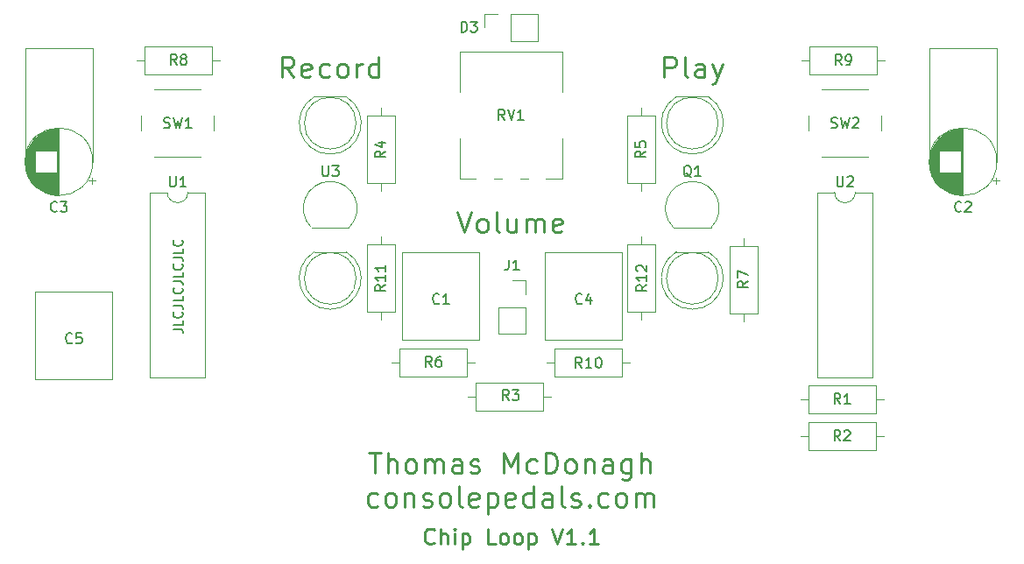
<source format=gbr>
G04 #@! TF.GenerationSoftware,KiCad,Pcbnew,(5.1.7)-1*
G04 #@! TF.CreationDate,2021-11-30T20:41:43-06:00*
G04 #@! TF.ProjectId,ChipLoop,43686970-4c6f-46f7-902e-6b696361645f,rev?*
G04 #@! TF.SameCoordinates,Original*
G04 #@! TF.FileFunction,Legend,Top*
G04 #@! TF.FilePolarity,Positive*
%FSLAX46Y46*%
G04 Gerber Fmt 4.6, Leading zero omitted, Abs format (unit mm)*
G04 Created by KiCad (PCBNEW (5.1.7)-1) date 2021-11-30 20:41:44*
%MOMM*%
%LPD*%
G01*
G04 APERTURE LIST*
%ADD10C,0.250000*%
%ADD11C,0.150000*%
%ADD12C,0.120000*%
G04 APERTURE END LIST*
D10*
X147535714Y-76850761D02*
X147535714Y-74850761D01*
X148297619Y-74850761D01*
X148488095Y-74946000D01*
X148583333Y-75041238D01*
X148678571Y-75231714D01*
X148678571Y-75517428D01*
X148583333Y-75707904D01*
X148488095Y-75803142D01*
X148297619Y-75898380D01*
X147535714Y-75898380D01*
X149821428Y-76850761D02*
X149630952Y-76755523D01*
X149535714Y-76565047D01*
X149535714Y-74850761D01*
X151440476Y-76850761D02*
X151440476Y-75803142D01*
X151345238Y-75612666D01*
X151154761Y-75517428D01*
X150773809Y-75517428D01*
X150583333Y-75612666D01*
X151440476Y-76755523D02*
X151250000Y-76850761D01*
X150773809Y-76850761D01*
X150583333Y-76755523D01*
X150488095Y-76565047D01*
X150488095Y-76374571D01*
X150583333Y-76184095D01*
X150773809Y-76088857D01*
X151250000Y-76088857D01*
X151440476Y-75993619D01*
X152202380Y-75517428D02*
X152678571Y-76850761D01*
X153154761Y-75517428D02*
X152678571Y-76850761D01*
X152488095Y-77326952D01*
X152392857Y-77422190D01*
X152202380Y-77517428D01*
X111726190Y-76850761D02*
X111059523Y-75898380D01*
X110583333Y-76850761D02*
X110583333Y-74850761D01*
X111345238Y-74850761D01*
X111535714Y-74946000D01*
X111630952Y-75041238D01*
X111726190Y-75231714D01*
X111726190Y-75517428D01*
X111630952Y-75707904D01*
X111535714Y-75803142D01*
X111345238Y-75898380D01*
X110583333Y-75898380D01*
X113345238Y-76755523D02*
X113154761Y-76850761D01*
X112773809Y-76850761D01*
X112583333Y-76755523D01*
X112488095Y-76565047D01*
X112488095Y-75803142D01*
X112583333Y-75612666D01*
X112773809Y-75517428D01*
X113154761Y-75517428D01*
X113345238Y-75612666D01*
X113440476Y-75803142D01*
X113440476Y-75993619D01*
X112488095Y-76184095D01*
X115154761Y-76755523D02*
X114964285Y-76850761D01*
X114583333Y-76850761D01*
X114392857Y-76755523D01*
X114297619Y-76660285D01*
X114202380Y-76469809D01*
X114202380Y-75898380D01*
X114297619Y-75707904D01*
X114392857Y-75612666D01*
X114583333Y-75517428D01*
X114964285Y-75517428D01*
X115154761Y-75612666D01*
X116297619Y-76850761D02*
X116107142Y-76755523D01*
X116011904Y-76660285D01*
X115916666Y-76469809D01*
X115916666Y-75898380D01*
X116011904Y-75707904D01*
X116107142Y-75612666D01*
X116297619Y-75517428D01*
X116583333Y-75517428D01*
X116773809Y-75612666D01*
X116869047Y-75707904D01*
X116964285Y-75898380D01*
X116964285Y-76469809D01*
X116869047Y-76660285D01*
X116773809Y-76755523D01*
X116583333Y-76850761D01*
X116297619Y-76850761D01*
X117821428Y-76850761D02*
X117821428Y-75517428D01*
X117821428Y-75898380D02*
X117916666Y-75707904D01*
X118011904Y-75612666D01*
X118202380Y-75517428D01*
X118392857Y-75517428D01*
X119916666Y-76850761D02*
X119916666Y-74850761D01*
X119916666Y-76755523D02*
X119726190Y-76850761D01*
X119345238Y-76850761D01*
X119154761Y-76755523D01*
X119059523Y-76660285D01*
X118964285Y-76469809D01*
X118964285Y-75898380D01*
X119059523Y-75707904D01*
X119154761Y-75612666D01*
X119345238Y-75517428D01*
X119726190Y-75517428D01*
X119916666Y-75612666D01*
X127524523Y-89836761D02*
X128191190Y-91836761D01*
X128857857Y-89836761D01*
X129810238Y-91836761D02*
X129619761Y-91741523D01*
X129524523Y-91646285D01*
X129429285Y-91455809D01*
X129429285Y-90884380D01*
X129524523Y-90693904D01*
X129619761Y-90598666D01*
X129810238Y-90503428D01*
X130095952Y-90503428D01*
X130286428Y-90598666D01*
X130381666Y-90693904D01*
X130476904Y-90884380D01*
X130476904Y-91455809D01*
X130381666Y-91646285D01*
X130286428Y-91741523D01*
X130095952Y-91836761D01*
X129810238Y-91836761D01*
X131619761Y-91836761D02*
X131429285Y-91741523D01*
X131334047Y-91551047D01*
X131334047Y-89836761D01*
X133238809Y-90503428D02*
X133238809Y-91836761D01*
X132381666Y-90503428D02*
X132381666Y-91551047D01*
X132476904Y-91741523D01*
X132667380Y-91836761D01*
X132953095Y-91836761D01*
X133143571Y-91741523D01*
X133238809Y-91646285D01*
X134191190Y-91836761D02*
X134191190Y-90503428D01*
X134191190Y-90693904D02*
X134286428Y-90598666D01*
X134476904Y-90503428D01*
X134762619Y-90503428D01*
X134953095Y-90598666D01*
X135048333Y-90789142D01*
X135048333Y-91836761D01*
X135048333Y-90789142D02*
X135143571Y-90598666D01*
X135334047Y-90503428D01*
X135619761Y-90503428D01*
X135810238Y-90598666D01*
X135905476Y-90789142D01*
X135905476Y-91836761D01*
X137619761Y-91741523D02*
X137429285Y-91836761D01*
X137048333Y-91836761D01*
X136857857Y-91741523D01*
X136762619Y-91551047D01*
X136762619Y-90789142D01*
X136857857Y-90598666D01*
X137048333Y-90503428D01*
X137429285Y-90503428D01*
X137619761Y-90598666D01*
X137715000Y-90789142D01*
X137715000Y-90979619D01*
X136762619Y-91170095D01*
D11*
X100091142Y-101185142D02*
X100734000Y-101185142D01*
X100862571Y-101228000D01*
X100948285Y-101313714D01*
X100991142Y-101442285D01*
X100991142Y-101528000D01*
X100991142Y-100328000D02*
X100991142Y-100756571D01*
X100091142Y-100756571D01*
X100905428Y-99513714D02*
X100948285Y-99556571D01*
X100991142Y-99685142D01*
X100991142Y-99770857D01*
X100948285Y-99899428D01*
X100862571Y-99985142D01*
X100776857Y-100028000D01*
X100605428Y-100070857D01*
X100476857Y-100070857D01*
X100305428Y-100028000D01*
X100219714Y-99985142D01*
X100134000Y-99899428D01*
X100091142Y-99770857D01*
X100091142Y-99685142D01*
X100134000Y-99556571D01*
X100176857Y-99513714D01*
X100091142Y-98870857D02*
X100734000Y-98870857D01*
X100862571Y-98913714D01*
X100948285Y-98999428D01*
X100991142Y-99128000D01*
X100991142Y-99213714D01*
X100991142Y-98013714D02*
X100991142Y-98442285D01*
X100091142Y-98442285D01*
X100905428Y-97199428D02*
X100948285Y-97242285D01*
X100991142Y-97370857D01*
X100991142Y-97456571D01*
X100948285Y-97585142D01*
X100862571Y-97670857D01*
X100776857Y-97713714D01*
X100605428Y-97756571D01*
X100476857Y-97756571D01*
X100305428Y-97713714D01*
X100219714Y-97670857D01*
X100134000Y-97585142D01*
X100091142Y-97456571D01*
X100091142Y-97370857D01*
X100134000Y-97242285D01*
X100176857Y-97199428D01*
X100091142Y-96556571D02*
X100734000Y-96556571D01*
X100862571Y-96599428D01*
X100948285Y-96685142D01*
X100991142Y-96813714D01*
X100991142Y-96899428D01*
X100991142Y-95699428D02*
X100991142Y-96128000D01*
X100091142Y-96128000D01*
X100905428Y-94885142D02*
X100948285Y-94928000D01*
X100991142Y-95056571D01*
X100991142Y-95142285D01*
X100948285Y-95270857D01*
X100862571Y-95356571D01*
X100776857Y-95399428D01*
X100605428Y-95442285D01*
X100476857Y-95442285D01*
X100305428Y-95399428D01*
X100219714Y-95356571D01*
X100134000Y-95270857D01*
X100091142Y-95142285D01*
X100091142Y-95056571D01*
X100134000Y-94928000D01*
X100176857Y-94885142D01*
X100091142Y-94242285D02*
X100734000Y-94242285D01*
X100862571Y-94285142D01*
X100948285Y-94370857D01*
X100991142Y-94499428D01*
X100991142Y-94585142D01*
X100991142Y-93385142D02*
X100991142Y-93813714D01*
X100091142Y-93813714D01*
X100905428Y-92570857D02*
X100948285Y-92613714D01*
X100991142Y-92742285D01*
X100991142Y-92828000D01*
X100948285Y-92956571D01*
X100862571Y-93042285D01*
X100776857Y-93085142D01*
X100605428Y-93128000D01*
X100476857Y-93128000D01*
X100305428Y-93085142D01*
X100219714Y-93042285D01*
X100134000Y-92956571D01*
X100091142Y-92828000D01*
X100091142Y-92742285D01*
X100134000Y-92613714D01*
X100176857Y-92570857D01*
D10*
X125285714Y-121820714D02*
X125214285Y-121892142D01*
X125000000Y-121963571D01*
X124857142Y-121963571D01*
X124642857Y-121892142D01*
X124500000Y-121749285D01*
X124428571Y-121606428D01*
X124357142Y-121320714D01*
X124357142Y-121106428D01*
X124428571Y-120820714D01*
X124500000Y-120677857D01*
X124642857Y-120535000D01*
X124857142Y-120463571D01*
X125000000Y-120463571D01*
X125214285Y-120535000D01*
X125285714Y-120606428D01*
X125928571Y-121963571D02*
X125928571Y-120463571D01*
X126571428Y-121963571D02*
X126571428Y-121177857D01*
X126500000Y-121035000D01*
X126357142Y-120963571D01*
X126142857Y-120963571D01*
X126000000Y-121035000D01*
X125928571Y-121106428D01*
X127285714Y-121963571D02*
X127285714Y-120963571D01*
X127285714Y-120463571D02*
X127214285Y-120535000D01*
X127285714Y-120606428D01*
X127357142Y-120535000D01*
X127285714Y-120463571D01*
X127285714Y-120606428D01*
X128000000Y-120963571D02*
X128000000Y-122463571D01*
X128000000Y-121035000D02*
X128142857Y-120963571D01*
X128428571Y-120963571D01*
X128571428Y-121035000D01*
X128642857Y-121106428D01*
X128714285Y-121249285D01*
X128714285Y-121677857D01*
X128642857Y-121820714D01*
X128571428Y-121892142D01*
X128428571Y-121963571D01*
X128142857Y-121963571D01*
X128000000Y-121892142D01*
X131214285Y-121963571D02*
X130500000Y-121963571D01*
X130500000Y-120463571D01*
X131928571Y-121963571D02*
X131785714Y-121892142D01*
X131714285Y-121820714D01*
X131642857Y-121677857D01*
X131642857Y-121249285D01*
X131714285Y-121106428D01*
X131785714Y-121035000D01*
X131928571Y-120963571D01*
X132142857Y-120963571D01*
X132285714Y-121035000D01*
X132357142Y-121106428D01*
X132428571Y-121249285D01*
X132428571Y-121677857D01*
X132357142Y-121820714D01*
X132285714Y-121892142D01*
X132142857Y-121963571D01*
X131928571Y-121963571D01*
X133285714Y-121963571D02*
X133142857Y-121892142D01*
X133071428Y-121820714D01*
X133000000Y-121677857D01*
X133000000Y-121249285D01*
X133071428Y-121106428D01*
X133142857Y-121035000D01*
X133285714Y-120963571D01*
X133500000Y-120963571D01*
X133642857Y-121035000D01*
X133714285Y-121106428D01*
X133785714Y-121249285D01*
X133785714Y-121677857D01*
X133714285Y-121820714D01*
X133642857Y-121892142D01*
X133500000Y-121963571D01*
X133285714Y-121963571D01*
X134428571Y-120963571D02*
X134428571Y-122463571D01*
X134428571Y-121035000D02*
X134571428Y-120963571D01*
X134857142Y-120963571D01*
X135000000Y-121035000D01*
X135071428Y-121106428D01*
X135142857Y-121249285D01*
X135142857Y-121677857D01*
X135071428Y-121820714D01*
X135000000Y-121892142D01*
X134857142Y-121963571D01*
X134571428Y-121963571D01*
X134428571Y-121892142D01*
X136714285Y-120463571D02*
X137214285Y-121963571D01*
X137714285Y-120463571D01*
X139000000Y-121963571D02*
X138142857Y-121963571D01*
X138571428Y-121963571D02*
X138571428Y-120463571D01*
X138428571Y-120677857D01*
X138285714Y-120820714D01*
X138142857Y-120892142D01*
X139642857Y-121820714D02*
X139714285Y-121892142D01*
X139642857Y-121963571D01*
X139571428Y-121892142D01*
X139642857Y-121820714D01*
X139642857Y-121963571D01*
X141142857Y-121963571D02*
X140285714Y-121963571D01*
X140714285Y-121963571D02*
X140714285Y-120463571D01*
X140571428Y-120677857D01*
X140428571Y-120820714D01*
X140285714Y-120892142D01*
X119000714Y-113103761D02*
X120143571Y-113103761D01*
X119572142Y-115103761D02*
X119572142Y-113103761D01*
X120810238Y-115103761D02*
X120810238Y-113103761D01*
X121667380Y-115103761D02*
X121667380Y-114056142D01*
X121572142Y-113865666D01*
X121381666Y-113770428D01*
X121095952Y-113770428D01*
X120905476Y-113865666D01*
X120810238Y-113960904D01*
X122905476Y-115103761D02*
X122715000Y-115008523D01*
X122619761Y-114913285D01*
X122524523Y-114722809D01*
X122524523Y-114151380D01*
X122619761Y-113960904D01*
X122715000Y-113865666D01*
X122905476Y-113770428D01*
X123191190Y-113770428D01*
X123381666Y-113865666D01*
X123476904Y-113960904D01*
X123572142Y-114151380D01*
X123572142Y-114722809D01*
X123476904Y-114913285D01*
X123381666Y-115008523D01*
X123191190Y-115103761D01*
X122905476Y-115103761D01*
X124429285Y-115103761D02*
X124429285Y-113770428D01*
X124429285Y-113960904D02*
X124524523Y-113865666D01*
X124715000Y-113770428D01*
X125000714Y-113770428D01*
X125191190Y-113865666D01*
X125286428Y-114056142D01*
X125286428Y-115103761D01*
X125286428Y-114056142D02*
X125381666Y-113865666D01*
X125572142Y-113770428D01*
X125857857Y-113770428D01*
X126048333Y-113865666D01*
X126143571Y-114056142D01*
X126143571Y-115103761D01*
X127953095Y-115103761D02*
X127953095Y-114056142D01*
X127857857Y-113865666D01*
X127667380Y-113770428D01*
X127286428Y-113770428D01*
X127095952Y-113865666D01*
X127953095Y-115008523D02*
X127762619Y-115103761D01*
X127286428Y-115103761D01*
X127095952Y-115008523D01*
X127000714Y-114818047D01*
X127000714Y-114627571D01*
X127095952Y-114437095D01*
X127286428Y-114341857D01*
X127762619Y-114341857D01*
X127953095Y-114246619D01*
X128810238Y-115008523D02*
X129000714Y-115103761D01*
X129381666Y-115103761D01*
X129572142Y-115008523D01*
X129667380Y-114818047D01*
X129667380Y-114722809D01*
X129572142Y-114532333D01*
X129381666Y-114437095D01*
X129095952Y-114437095D01*
X128905476Y-114341857D01*
X128810238Y-114151380D01*
X128810238Y-114056142D01*
X128905476Y-113865666D01*
X129095952Y-113770428D01*
X129381666Y-113770428D01*
X129572142Y-113865666D01*
X132048333Y-115103761D02*
X132048333Y-113103761D01*
X132715000Y-114532333D01*
X133381666Y-113103761D01*
X133381666Y-115103761D01*
X135191190Y-115008523D02*
X135000714Y-115103761D01*
X134619761Y-115103761D01*
X134429285Y-115008523D01*
X134334047Y-114913285D01*
X134238809Y-114722809D01*
X134238809Y-114151380D01*
X134334047Y-113960904D01*
X134429285Y-113865666D01*
X134619761Y-113770428D01*
X135000714Y-113770428D01*
X135191190Y-113865666D01*
X136048333Y-115103761D02*
X136048333Y-113103761D01*
X136524523Y-113103761D01*
X136810238Y-113199000D01*
X137000714Y-113389476D01*
X137095952Y-113579952D01*
X137191190Y-113960904D01*
X137191190Y-114246619D01*
X137095952Y-114627571D01*
X137000714Y-114818047D01*
X136810238Y-115008523D01*
X136524523Y-115103761D01*
X136048333Y-115103761D01*
X138334047Y-115103761D02*
X138143571Y-115008523D01*
X138048333Y-114913285D01*
X137953095Y-114722809D01*
X137953095Y-114151380D01*
X138048333Y-113960904D01*
X138143571Y-113865666D01*
X138334047Y-113770428D01*
X138619761Y-113770428D01*
X138810238Y-113865666D01*
X138905476Y-113960904D01*
X139000714Y-114151380D01*
X139000714Y-114722809D01*
X138905476Y-114913285D01*
X138810238Y-115008523D01*
X138619761Y-115103761D01*
X138334047Y-115103761D01*
X139857857Y-113770428D02*
X139857857Y-115103761D01*
X139857857Y-113960904D02*
X139953095Y-113865666D01*
X140143571Y-113770428D01*
X140429285Y-113770428D01*
X140619761Y-113865666D01*
X140715000Y-114056142D01*
X140715000Y-115103761D01*
X142524523Y-115103761D02*
X142524523Y-114056142D01*
X142429285Y-113865666D01*
X142238809Y-113770428D01*
X141857857Y-113770428D01*
X141667380Y-113865666D01*
X142524523Y-115008523D02*
X142334047Y-115103761D01*
X141857857Y-115103761D01*
X141667380Y-115008523D01*
X141572142Y-114818047D01*
X141572142Y-114627571D01*
X141667380Y-114437095D01*
X141857857Y-114341857D01*
X142334047Y-114341857D01*
X142524523Y-114246619D01*
X144334047Y-113770428D02*
X144334047Y-115389476D01*
X144238809Y-115579952D01*
X144143571Y-115675190D01*
X143953095Y-115770428D01*
X143667380Y-115770428D01*
X143476904Y-115675190D01*
X144334047Y-115008523D02*
X144143571Y-115103761D01*
X143762619Y-115103761D01*
X143572142Y-115008523D01*
X143476904Y-114913285D01*
X143381666Y-114722809D01*
X143381666Y-114151380D01*
X143476904Y-113960904D01*
X143572142Y-113865666D01*
X143762619Y-113770428D01*
X144143571Y-113770428D01*
X144334047Y-113865666D01*
X145286428Y-115103761D02*
X145286428Y-113103761D01*
X146143571Y-115103761D02*
X146143571Y-114056142D01*
X146048333Y-113865666D01*
X145857857Y-113770428D01*
X145572142Y-113770428D01*
X145381666Y-113865666D01*
X145286428Y-113960904D01*
X119810238Y-118258523D02*
X119619761Y-118353761D01*
X119238809Y-118353761D01*
X119048333Y-118258523D01*
X118953095Y-118163285D01*
X118857857Y-117972809D01*
X118857857Y-117401380D01*
X118953095Y-117210904D01*
X119048333Y-117115666D01*
X119238809Y-117020428D01*
X119619761Y-117020428D01*
X119810238Y-117115666D01*
X120953095Y-118353761D02*
X120762619Y-118258523D01*
X120667380Y-118163285D01*
X120572142Y-117972809D01*
X120572142Y-117401380D01*
X120667380Y-117210904D01*
X120762619Y-117115666D01*
X120953095Y-117020428D01*
X121238809Y-117020428D01*
X121429285Y-117115666D01*
X121524523Y-117210904D01*
X121619761Y-117401380D01*
X121619761Y-117972809D01*
X121524523Y-118163285D01*
X121429285Y-118258523D01*
X121238809Y-118353761D01*
X120953095Y-118353761D01*
X122476904Y-117020428D02*
X122476904Y-118353761D01*
X122476904Y-117210904D02*
X122572142Y-117115666D01*
X122762619Y-117020428D01*
X123048333Y-117020428D01*
X123238809Y-117115666D01*
X123334047Y-117306142D01*
X123334047Y-118353761D01*
X124191190Y-118258523D02*
X124381666Y-118353761D01*
X124762619Y-118353761D01*
X124953095Y-118258523D01*
X125048333Y-118068047D01*
X125048333Y-117972809D01*
X124953095Y-117782333D01*
X124762619Y-117687095D01*
X124476904Y-117687095D01*
X124286428Y-117591857D01*
X124191190Y-117401380D01*
X124191190Y-117306142D01*
X124286428Y-117115666D01*
X124476904Y-117020428D01*
X124762619Y-117020428D01*
X124953095Y-117115666D01*
X126191190Y-118353761D02*
X126000714Y-118258523D01*
X125905476Y-118163285D01*
X125810238Y-117972809D01*
X125810238Y-117401380D01*
X125905476Y-117210904D01*
X126000714Y-117115666D01*
X126191190Y-117020428D01*
X126476904Y-117020428D01*
X126667380Y-117115666D01*
X126762619Y-117210904D01*
X126857857Y-117401380D01*
X126857857Y-117972809D01*
X126762619Y-118163285D01*
X126667380Y-118258523D01*
X126476904Y-118353761D01*
X126191190Y-118353761D01*
X128000714Y-118353761D02*
X127810238Y-118258523D01*
X127715000Y-118068047D01*
X127715000Y-116353761D01*
X129524523Y-118258523D02*
X129334047Y-118353761D01*
X128953095Y-118353761D01*
X128762619Y-118258523D01*
X128667380Y-118068047D01*
X128667380Y-117306142D01*
X128762619Y-117115666D01*
X128953095Y-117020428D01*
X129334047Y-117020428D01*
X129524523Y-117115666D01*
X129619761Y-117306142D01*
X129619761Y-117496619D01*
X128667380Y-117687095D01*
X130476904Y-117020428D02*
X130476904Y-119020428D01*
X130476904Y-117115666D02*
X130667380Y-117020428D01*
X131048333Y-117020428D01*
X131238809Y-117115666D01*
X131334047Y-117210904D01*
X131429285Y-117401380D01*
X131429285Y-117972809D01*
X131334047Y-118163285D01*
X131238809Y-118258523D01*
X131048333Y-118353761D01*
X130667380Y-118353761D01*
X130476904Y-118258523D01*
X133048333Y-118258523D02*
X132857857Y-118353761D01*
X132476904Y-118353761D01*
X132286428Y-118258523D01*
X132191190Y-118068047D01*
X132191190Y-117306142D01*
X132286428Y-117115666D01*
X132476904Y-117020428D01*
X132857857Y-117020428D01*
X133048333Y-117115666D01*
X133143571Y-117306142D01*
X133143571Y-117496619D01*
X132191190Y-117687095D01*
X134857857Y-118353761D02*
X134857857Y-116353761D01*
X134857857Y-118258523D02*
X134667380Y-118353761D01*
X134286428Y-118353761D01*
X134095952Y-118258523D01*
X134000714Y-118163285D01*
X133905476Y-117972809D01*
X133905476Y-117401380D01*
X134000714Y-117210904D01*
X134095952Y-117115666D01*
X134286428Y-117020428D01*
X134667380Y-117020428D01*
X134857857Y-117115666D01*
X136667380Y-118353761D02*
X136667380Y-117306142D01*
X136572142Y-117115666D01*
X136381666Y-117020428D01*
X136000714Y-117020428D01*
X135810238Y-117115666D01*
X136667380Y-118258523D02*
X136476904Y-118353761D01*
X136000714Y-118353761D01*
X135810238Y-118258523D01*
X135715000Y-118068047D01*
X135715000Y-117877571D01*
X135810238Y-117687095D01*
X136000714Y-117591857D01*
X136476904Y-117591857D01*
X136667380Y-117496619D01*
X137905476Y-118353761D02*
X137715000Y-118258523D01*
X137619761Y-118068047D01*
X137619761Y-116353761D01*
X138572142Y-118258523D02*
X138762619Y-118353761D01*
X139143571Y-118353761D01*
X139334047Y-118258523D01*
X139429285Y-118068047D01*
X139429285Y-117972809D01*
X139334047Y-117782333D01*
X139143571Y-117687095D01*
X138857857Y-117687095D01*
X138667380Y-117591857D01*
X138572142Y-117401380D01*
X138572142Y-117306142D01*
X138667380Y-117115666D01*
X138857857Y-117020428D01*
X139143571Y-117020428D01*
X139334047Y-117115666D01*
X140286428Y-118163285D02*
X140381666Y-118258523D01*
X140286428Y-118353761D01*
X140191190Y-118258523D01*
X140286428Y-118163285D01*
X140286428Y-118353761D01*
X142095952Y-118258523D02*
X141905476Y-118353761D01*
X141524523Y-118353761D01*
X141334047Y-118258523D01*
X141238809Y-118163285D01*
X141143571Y-117972809D01*
X141143571Y-117401380D01*
X141238809Y-117210904D01*
X141334047Y-117115666D01*
X141524523Y-117020428D01*
X141905476Y-117020428D01*
X142095952Y-117115666D01*
X143238809Y-118353761D02*
X143048333Y-118258523D01*
X142953095Y-118163285D01*
X142857857Y-117972809D01*
X142857857Y-117401380D01*
X142953095Y-117210904D01*
X143048333Y-117115666D01*
X143238809Y-117020428D01*
X143524523Y-117020428D01*
X143715000Y-117115666D01*
X143810238Y-117210904D01*
X143905476Y-117401380D01*
X143905476Y-117972809D01*
X143810238Y-118163285D01*
X143715000Y-118258523D01*
X143524523Y-118353761D01*
X143238809Y-118353761D01*
X144762619Y-118353761D02*
X144762619Y-117020428D01*
X144762619Y-117210904D02*
X144857857Y-117115666D01*
X145048333Y-117020428D01*
X145334047Y-117020428D01*
X145524523Y-117115666D01*
X145619761Y-117306142D01*
X145619761Y-118353761D01*
X145619761Y-117306142D02*
X145715000Y-117115666D01*
X145905476Y-117020428D01*
X146191190Y-117020428D01*
X146381666Y-117115666D01*
X146476904Y-117306142D01*
X146476904Y-118353761D01*
D12*
G04 #@! TO.C,R11*
X118772000Y-99536000D02*
X121512000Y-99536000D01*
X121512000Y-99536000D02*
X121512000Y-92996000D01*
X121512000Y-92996000D02*
X118772000Y-92996000D01*
X118772000Y-92996000D02*
X118772000Y-99536000D01*
X120142000Y-100306000D02*
X120142000Y-99536000D01*
X120142000Y-92226000D02*
X120142000Y-92996000D01*
G04 #@! TO.C,D4*
X117750000Y-96270000D02*
G75*
G03*
X117750000Y-96270000I-2500000J0D01*
G01*
X116795000Y-93710000D02*
X113705000Y-93710000D01*
X115249538Y-99260000D02*
G75*
G03*
X116794830Y-93710000I462J2990000D01*
G01*
X115250462Y-99260000D02*
G75*
G02*
X113705170Y-93710000I-462J2990000D01*
G01*
G04 #@! TO.C,D5*
X151795000Y-93710000D02*
X148705000Y-93710000D01*
X152750000Y-96270000D02*
G75*
G03*
X152750000Y-96270000I-2500000J0D01*
G01*
X150250462Y-99260000D02*
G75*
G02*
X148705170Y-93710000I-462J2990000D01*
G01*
X150249538Y-99260000D02*
G75*
G03*
X151794830Y-93710000I462J2990000D01*
G01*
G04 #@! TO.C,C3*
X92205241Y-87154000D02*
X92205241Y-86524000D01*
X92520241Y-86839000D02*
X91890241Y-86839000D01*
X85779000Y-85402000D02*
X85779000Y-84598000D01*
X85819000Y-85633000D02*
X85819000Y-84367000D01*
X85859000Y-85802000D02*
X85859000Y-84198000D01*
X85899000Y-85940000D02*
X85899000Y-84060000D01*
X85939000Y-86059000D02*
X85939000Y-83941000D01*
X85979000Y-86165000D02*
X85979000Y-83835000D01*
X86019000Y-86262000D02*
X86019000Y-83738000D01*
X86059000Y-86350000D02*
X86059000Y-83650000D01*
X86099000Y-86432000D02*
X86099000Y-83568000D01*
X86139000Y-86509000D02*
X86139000Y-83491000D01*
X86179000Y-86581000D02*
X86179000Y-83419000D01*
X86219000Y-86650000D02*
X86219000Y-83350000D01*
X86259000Y-86714000D02*
X86259000Y-83286000D01*
X86299000Y-86776000D02*
X86299000Y-83224000D01*
X86339000Y-86834000D02*
X86339000Y-83166000D01*
X86379000Y-86890000D02*
X86379000Y-83110000D01*
X86419000Y-86944000D02*
X86419000Y-83056000D01*
X86459000Y-86995000D02*
X86459000Y-83005000D01*
X86499000Y-87044000D02*
X86499000Y-82956000D01*
X86539000Y-87092000D02*
X86539000Y-82908000D01*
X86579000Y-87137000D02*
X86579000Y-82863000D01*
X86619000Y-87182000D02*
X86619000Y-82818000D01*
X86659000Y-87224000D02*
X86659000Y-82776000D01*
X86699000Y-87265000D02*
X86699000Y-82735000D01*
X86739000Y-83960000D02*
X86739000Y-82695000D01*
X86739000Y-87305000D02*
X86739000Y-86040000D01*
X86779000Y-83960000D02*
X86779000Y-82657000D01*
X86779000Y-87343000D02*
X86779000Y-86040000D01*
X86819000Y-83960000D02*
X86819000Y-82620000D01*
X86819000Y-87380000D02*
X86819000Y-86040000D01*
X86859000Y-83960000D02*
X86859000Y-82584000D01*
X86859000Y-87416000D02*
X86859000Y-86040000D01*
X86899000Y-83960000D02*
X86899000Y-82550000D01*
X86899000Y-87450000D02*
X86899000Y-86040000D01*
X86939000Y-83960000D02*
X86939000Y-82516000D01*
X86939000Y-87484000D02*
X86939000Y-86040000D01*
X86979000Y-83960000D02*
X86979000Y-82484000D01*
X86979000Y-87516000D02*
X86979000Y-86040000D01*
X87019000Y-83960000D02*
X87019000Y-82452000D01*
X87019000Y-87548000D02*
X87019000Y-86040000D01*
X87059000Y-83960000D02*
X87059000Y-82422000D01*
X87059000Y-87578000D02*
X87059000Y-86040000D01*
X87099000Y-83960000D02*
X87099000Y-82393000D01*
X87099000Y-87607000D02*
X87099000Y-86040000D01*
X87139000Y-83960000D02*
X87139000Y-82364000D01*
X87139000Y-87636000D02*
X87139000Y-86040000D01*
X87179000Y-83960000D02*
X87179000Y-82336000D01*
X87179000Y-87664000D02*
X87179000Y-86040000D01*
X87219000Y-83960000D02*
X87219000Y-82310000D01*
X87219000Y-87690000D02*
X87219000Y-86040000D01*
X87259000Y-83960000D02*
X87259000Y-82284000D01*
X87259000Y-87716000D02*
X87259000Y-86040000D01*
X87299000Y-83960000D02*
X87299000Y-82258000D01*
X87299000Y-87742000D02*
X87299000Y-86040000D01*
X87339000Y-83960000D02*
X87339000Y-82234000D01*
X87339000Y-87766000D02*
X87339000Y-86040000D01*
X87379000Y-83960000D02*
X87379000Y-82210000D01*
X87379000Y-87790000D02*
X87379000Y-86040000D01*
X87419000Y-83960000D02*
X87419000Y-82188000D01*
X87419000Y-87812000D02*
X87419000Y-86040000D01*
X87459000Y-83960000D02*
X87459000Y-82166000D01*
X87459000Y-87834000D02*
X87459000Y-86040000D01*
X87499000Y-83960000D02*
X87499000Y-82144000D01*
X87499000Y-87856000D02*
X87499000Y-86040000D01*
X87539000Y-83960000D02*
X87539000Y-82124000D01*
X87539000Y-87876000D02*
X87539000Y-86040000D01*
X87579000Y-83960000D02*
X87579000Y-82104000D01*
X87579000Y-87896000D02*
X87579000Y-86040000D01*
X87619000Y-83960000D02*
X87619000Y-82084000D01*
X87619000Y-87916000D02*
X87619000Y-86040000D01*
X87659000Y-83960000D02*
X87659000Y-82066000D01*
X87659000Y-87934000D02*
X87659000Y-86040000D01*
X87699000Y-83960000D02*
X87699000Y-82048000D01*
X87699000Y-87952000D02*
X87699000Y-86040000D01*
X87739000Y-83960000D02*
X87739000Y-82030000D01*
X87739000Y-87970000D02*
X87739000Y-86040000D01*
X87779000Y-83960000D02*
X87779000Y-82014000D01*
X87779000Y-87986000D02*
X87779000Y-86040000D01*
X87819000Y-83960000D02*
X87819000Y-81998000D01*
X87819000Y-88002000D02*
X87819000Y-86040000D01*
X87859000Y-83960000D02*
X87859000Y-81982000D01*
X87859000Y-88018000D02*
X87859000Y-86040000D01*
X87899000Y-83960000D02*
X87899000Y-81967000D01*
X87899000Y-88033000D02*
X87899000Y-86040000D01*
X87939000Y-83960000D02*
X87939000Y-81953000D01*
X87939000Y-88047000D02*
X87939000Y-86040000D01*
X87979000Y-83960000D02*
X87979000Y-81939000D01*
X87979000Y-88061000D02*
X87979000Y-86040000D01*
X88019000Y-83960000D02*
X88019000Y-81926000D01*
X88019000Y-88074000D02*
X88019000Y-86040000D01*
X88059000Y-83960000D02*
X88059000Y-81914000D01*
X88059000Y-88086000D02*
X88059000Y-86040000D01*
X88099000Y-83960000D02*
X88099000Y-81902000D01*
X88099000Y-88098000D02*
X88099000Y-86040000D01*
X88139000Y-83960000D02*
X88139000Y-81890000D01*
X88139000Y-88110000D02*
X88139000Y-86040000D01*
X88179000Y-83960000D02*
X88179000Y-81879000D01*
X88179000Y-88121000D02*
X88179000Y-86040000D01*
X88219000Y-83960000D02*
X88219000Y-81869000D01*
X88219000Y-88131000D02*
X88219000Y-86040000D01*
X88259000Y-83960000D02*
X88259000Y-81859000D01*
X88259000Y-88141000D02*
X88259000Y-86040000D01*
X88299000Y-83960000D02*
X88299000Y-81850000D01*
X88299000Y-88150000D02*
X88299000Y-86040000D01*
X88340000Y-83960000D02*
X88340000Y-81841000D01*
X88340000Y-88159000D02*
X88340000Y-86040000D01*
X88380000Y-83960000D02*
X88380000Y-81833000D01*
X88380000Y-88167000D02*
X88380000Y-86040000D01*
X88420000Y-83960000D02*
X88420000Y-81825000D01*
X88420000Y-88175000D02*
X88420000Y-86040000D01*
X88460000Y-83960000D02*
X88460000Y-81818000D01*
X88460000Y-88182000D02*
X88460000Y-86040000D01*
X88500000Y-83960000D02*
X88500000Y-81811000D01*
X88500000Y-88189000D02*
X88500000Y-86040000D01*
X88540000Y-83960000D02*
X88540000Y-81805000D01*
X88540000Y-88195000D02*
X88540000Y-86040000D01*
X88580000Y-83960000D02*
X88580000Y-81799000D01*
X88580000Y-88201000D02*
X88580000Y-86040000D01*
X88620000Y-83960000D02*
X88620000Y-81794000D01*
X88620000Y-88206000D02*
X88620000Y-86040000D01*
X88660000Y-83960000D02*
X88660000Y-81789000D01*
X88660000Y-88211000D02*
X88660000Y-86040000D01*
X88700000Y-83960000D02*
X88700000Y-81785000D01*
X88700000Y-88215000D02*
X88700000Y-86040000D01*
X88740000Y-83960000D02*
X88740000Y-81782000D01*
X88740000Y-88218000D02*
X88740000Y-86040000D01*
X88780000Y-83960000D02*
X88780000Y-81778000D01*
X88780000Y-88222000D02*
X88780000Y-86040000D01*
X88820000Y-88224000D02*
X88820000Y-81776000D01*
X88860000Y-88227000D02*
X88860000Y-81773000D01*
X88900000Y-88228000D02*
X88900000Y-81772000D01*
X88940000Y-88230000D02*
X88940000Y-81770000D01*
X88980000Y-88230000D02*
X88980000Y-81770000D01*
X89020000Y-88230000D02*
X89020000Y-81770000D01*
X92290000Y-85000000D02*
G75*
G03*
X92290000Y-85000000I-3270000J0D01*
G01*
X92290000Y-85000000D02*
X92290000Y-74000000D01*
X85750000Y-85000000D02*
X85750000Y-74000000D01*
X92290000Y-74000000D02*
X85750000Y-74000000D01*
G04 #@! TO.C,C4*
X136020000Y-102208000D02*
X136020000Y-93718000D01*
X143460000Y-102208000D02*
X143460000Y-93718000D01*
X143460000Y-93718000D02*
X136020000Y-93718000D01*
X143460000Y-102208000D02*
X136020000Y-102208000D01*
G04 #@! TO.C,C5*
X94184000Y-106018000D02*
X86744000Y-106018000D01*
X94184000Y-97528000D02*
X86744000Y-97528000D01*
X94184000Y-106018000D02*
X94184000Y-97528000D01*
X86744000Y-106018000D02*
X86744000Y-97528000D01*
G04 #@! TO.C,D1*
X116795000Y-78710000D02*
X113705000Y-78710000D01*
X117750000Y-81270000D02*
G75*
G03*
X117750000Y-81270000I-2500000J0D01*
G01*
X115250462Y-84260000D02*
G75*
G02*
X113705170Y-78710000I-462J2990000D01*
G01*
X115249538Y-84260000D02*
G75*
G03*
X116794830Y-78710000I462J2990000D01*
G01*
G04 #@! TO.C,D2*
X152750000Y-81270000D02*
G75*
G03*
X152750000Y-81270000I-2500000J0D01*
G01*
X151795000Y-78710000D02*
X148705000Y-78710000D01*
X150249538Y-84260000D02*
G75*
G03*
X151794830Y-78710000I462J2990000D01*
G01*
X150250462Y-84260000D02*
G75*
G02*
X148705170Y-78710000I-462J2990000D01*
G01*
G04 #@! TO.C,J1*
X131512000Y-99060000D02*
X134172000Y-99060000D01*
X131512000Y-99060000D02*
X131512000Y-101660000D01*
X131512000Y-101660000D02*
X134172000Y-101660000D01*
X134172000Y-99060000D02*
X134172000Y-101660000D01*
X134172000Y-96460000D02*
X134172000Y-97790000D01*
X132842000Y-96460000D02*
X134172000Y-96460000D01*
G04 #@! TO.C,Q1*
X148450000Y-91350000D02*
X152050000Y-91350000D01*
X148411522Y-91338478D02*
G75*
G02*
X150250000Y-86900000I1838478J1838478D01*
G01*
X152088478Y-91338478D02*
G75*
G03*
X150250000Y-86900000I-1838478J1838478D01*
G01*
G04 #@! TO.C,R8*
X97314000Y-73814000D02*
X97314000Y-76554000D01*
X97314000Y-76554000D02*
X103854000Y-76554000D01*
X103854000Y-76554000D02*
X103854000Y-73814000D01*
X103854000Y-73814000D02*
X97314000Y-73814000D01*
X96544000Y-75184000D02*
X97314000Y-75184000D01*
X104624000Y-75184000D02*
X103854000Y-75184000D01*
G04 #@! TO.C,R10*
X144248000Y-104394000D02*
X143478000Y-104394000D01*
X136168000Y-104394000D02*
X136938000Y-104394000D01*
X143478000Y-103024000D02*
X136938000Y-103024000D01*
X143478000Y-105764000D02*
X143478000Y-103024000D01*
X136938000Y-105764000D02*
X143478000Y-105764000D01*
X136938000Y-103024000D02*
X136938000Y-105764000D01*
G04 #@! TO.C,R9*
X168886000Y-75184000D02*
X168116000Y-75184000D01*
X160806000Y-75184000D02*
X161576000Y-75184000D01*
X168116000Y-73814000D02*
X161576000Y-73814000D01*
X168116000Y-76554000D02*
X168116000Y-73814000D01*
X161576000Y-76554000D02*
X168116000Y-76554000D01*
X161576000Y-73814000D02*
X161576000Y-76554000D01*
G04 #@! TO.C,R4*
X120142000Y-79780000D02*
X120142000Y-80550000D01*
X120142000Y-87860000D02*
X120142000Y-87090000D01*
X118772000Y-80550000D02*
X118772000Y-87090000D01*
X121512000Y-80550000D02*
X118772000Y-80550000D01*
X121512000Y-87090000D02*
X121512000Y-80550000D01*
X118772000Y-87090000D02*
X121512000Y-87090000D01*
G04 #@! TO.C,R5*
X143918000Y-87090000D02*
X146658000Y-87090000D01*
X146658000Y-87090000D02*
X146658000Y-80550000D01*
X146658000Y-80550000D02*
X143918000Y-80550000D01*
X143918000Y-80550000D02*
X143918000Y-87090000D01*
X145288000Y-87860000D02*
X145288000Y-87090000D01*
X145288000Y-79780000D02*
X145288000Y-80550000D01*
G04 #@! TO.C,R6*
X121182000Y-104394000D02*
X121952000Y-104394000D01*
X129262000Y-104394000D02*
X128492000Y-104394000D01*
X121952000Y-105764000D02*
X128492000Y-105764000D01*
X121952000Y-103024000D02*
X121952000Y-105764000D01*
X128492000Y-103024000D02*
X121952000Y-103024000D01*
X128492000Y-105764000D02*
X128492000Y-103024000D01*
G04 #@! TO.C,R12*
X146658000Y-92996000D02*
X143918000Y-92996000D01*
X143918000Y-92996000D02*
X143918000Y-99536000D01*
X143918000Y-99536000D02*
X146658000Y-99536000D01*
X146658000Y-99536000D02*
X146658000Y-92996000D01*
X145288000Y-92226000D02*
X145288000Y-92996000D01*
X145288000Y-100306000D02*
X145288000Y-99536000D01*
G04 #@! TO.C,RV1*
X127745000Y-86620000D02*
X127745000Y-82755000D01*
X127745000Y-78245000D02*
X127745000Y-74380000D01*
X137685000Y-86620000D02*
X137685000Y-82755000D01*
X137685000Y-78245000D02*
X137685000Y-74380000D01*
X127745000Y-86620000D02*
X129344000Y-86620000D01*
X131086000Y-86620000D02*
X131845000Y-86620000D01*
X133586000Y-86620000D02*
X134345000Y-86620000D01*
X136085000Y-86620000D02*
X137685000Y-86620000D01*
X127745000Y-74380000D02*
X137685000Y-74380000D01*
G04 #@! TO.C,SW1*
X98250000Y-84520000D02*
X102750000Y-84520000D01*
X97000000Y-80520000D02*
X97000000Y-82020000D01*
X102750000Y-78020000D02*
X98250000Y-78020000D01*
X104000000Y-82020000D02*
X104000000Y-80520000D01*
G04 #@! TO.C,SW2*
X168500000Y-82020000D02*
X168500000Y-80520000D01*
X167250000Y-78020000D02*
X162750000Y-78020000D01*
X161500000Y-80520000D02*
X161500000Y-82020000D01*
X162750000Y-84520000D02*
X167250000Y-84520000D01*
G04 #@! TO.C,U1*
X99500000Y-87951000D02*
X97850000Y-87951000D01*
X97850000Y-87951000D02*
X97850000Y-105851000D01*
X97850000Y-105851000D02*
X103150000Y-105851000D01*
X103150000Y-105851000D02*
X103150000Y-87951000D01*
X103150000Y-87951000D02*
X101500000Y-87951000D01*
X101500000Y-87951000D02*
G75*
G02*
X99500000Y-87951000I-1000000J0D01*
G01*
G04 #@! TO.C,U2*
X167650000Y-87951000D02*
X166000000Y-87951000D01*
X167650000Y-105851000D02*
X167650000Y-87951000D01*
X162350000Y-105851000D02*
X167650000Y-105851000D01*
X162350000Y-87951000D02*
X162350000Y-105851000D01*
X164000000Y-87951000D02*
X162350000Y-87951000D01*
X166000000Y-87951000D02*
G75*
G02*
X164000000Y-87951000I-1000000J0D01*
G01*
G04 #@! TO.C,D3*
X132715000Y-73339000D02*
X132715000Y-70679000D01*
X132715000Y-73339000D02*
X135315000Y-73339000D01*
X135315000Y-73339000D02*
X135315000Y-70679000D01*
X132715000Y-70679000D02*
X135315000Y-70679000D01*
X130115000Y-70679000D02*
X131445000Y-70679000D01*
X130115000Y-72009000D02*
X130115000Y-70679000D01*
G04 #@! TO.C,U3*
X113450000Y-91350000D02*
X117050000Y-91350000D01*
X113411522Y-91338478D02*
G75*
G02*
X115250000Y-86900000I1838478J1838478D01*
G01*
X117088478Y-91338478D02*
G75*
G03*
X115250000Y-86900000I-1838478J1838478D01*
G01*
G04 #@! TO.C,C1*
X129664000Y-102208000D02*
X122224000Y-102208000D01*
X129664000Y-93718000D02*
X122224000Y-93718000D01*
X129664000Y-102208000D02*
X129664000Y-93718000D01*
X122224000Y-102208000D02*
X122224000Y-93718000D01*
G04 #@! TO.C,C2*
X179680000Y-74000000D02*
X173140000Y-74000000D01*
X173140000Y-85000000D02*
X173140000Y-74000000D01*
X179680000Y-85000000D02*
X179680000Y-74000000D01*
X179680000Y-85000000D02*
G75*
G03*
X179680000Y-85000000I-3270000J0D01*
G01*
X176410000Y-88230000D02*
X176410000Y-81770000D01*
X176370000Y-88230000D02*
X176370000Y-81770000D01*
X176330000Y-88230000D02*
X176330000Y-81770000D01*
X176290000Y-88228000D02*
X176290000Y-81772000D01*
X176250000Y-88227000D02*
X176250000Y-81773000D01*
X176210000Y-88224000D02*
X176210000Y-81776000D01*
X176170000Y-88222000D02*
X176170000Y-86040000D01*
X176170000Y-83960000D02*
X176170000Y-81778000D01*
X176130000Y-88218000D02*
X176130000Y-86040000D01*
X176130000Y-83960000D02*
X176130000Y-81782000D01*
X176090000Y-88215000D02*
X176090000Y-86040000D01*
X176090000Y-83960000D02*
X176090000Y-81785000D01*
X176050000Y-88211000D02*
X176050000Y-86040000D01*
X176050000Y-83960000D02*
X176050000Y-81789000D01*
X176010000Y-88206000D02*
X176010000Y-86040000D01*
X176010000Y-83960000D02*
X176010000Y-81794000D01*
X175970000Y-88201000D02*
X175970000Y-86040000D01*
X175970000Y-83960000D02*
X175970000Y-81799000D01*
X175930000Y-88195000D02*
X175930000Y-86040000D01*
X175930000Y-83960000D02*
X175930000Y-81805000D01*
X175890000Y-88189000D02*
X175890000Y-86040000D01*
X175890000Y-83960000D02*
X175890000Y-81811000D01*
X175850000Y-88182000D02*
X175850000Y-86040000D01*
X175850000Y-83960000D02*
X175850000Y-81818000D01*
X175810000Y-88175000D02*
X175810000Y-86040000D01*
X175810000Y-83960000D02*
X175810000Y-81825000D01*
X175770000Y-88167000D02*
X175770000Y-86040000D01*
X175770000Y-83960000D02*
X175770000Y-81833000D01*
X175730000Y-88159000D02*
X175730000Y-86040000D01*
X175730000Y-83960000D02*
X175730000Y-81841000D01*
X175689000Y-88150000D02*
X175689000Y-86040000D01*
X175689000Y-83960000D02*
X175689000Y-81850000D01*
X175649000Y-88141000D02*
X175649000Y-86040000D01*
X175649000Y-83960000D02*
X175649000Y-81859000D01*
X175609000Y-88131000D02*
X175609000Y-86040000D01*
X175609000Y-83960000D02*
X175609000Y-81869000D01*
X175569000Y-88121000D02*
X175569000Y-86040000D01*
X175569000Y-83960000D02*
X175569000Y-81879000D01*
X175529000Y-88110000D02*
X175529000Y-86040000D01*
X175529000Y-83960000D02*
X175529000Y-81890000D01*
X175489000Y-88098000D02*
X175489000Y-86040000D01*
X175489000Y-83960000D02*
X175489000Y-81902000D01*
X175449000Y-88086000D02*
X175449000Y-86040000D01*
X175449000Y-83960000D02*
X175449000Y-81914000D01*
X175409000Y-88074000D02*
X175409000Y-86040000D01*
X175409000Y-83960000D02*
X175409000Y-81926000D01*
X175369000Y-88061000D02*
X175369000Y-86040000D01*
X175369000Y-83960000D02*
X175369000Y-81939000D01*
X175329000Y-88047000D02*
X175329000Y-86040000D01*
X175329000Y-83960000D02*
X175329000Y-81953000D01*
X175289000Y-88033000D02*
X175289000Y-86040000D01*
X175289000Y-83960000D02*
X175289000Y-81967000D01*
X175249000Y-88018000D02*
X175249000Y-86040000D01*
X175249000Y-83960000D02*
X175249000Y-81982000D01*
X175209000Y-88002000D02*
X175209000Y-86040000D01*
X175209000Y-83960000D02*
X175209000Y-81998000D01*
X175169000Y-87986000D02*
X175169000Y-86040000D01*
X175169000Y-83960000D02*
X175169000Y-82014000D01*
X175129000Y-87970000D02*
X175129000Y-86040000D01*
X175129000Y-83960000D02*
X175129000Y-82030000D01*
X175089000Y-87952000D02*
X175089000Y-86040000D01*
X175089000Y-83960000D02*
X175089000Y-82048000D01*
X175049000Y-87934000D02*
X175049000Y-86040000D01*
X175049000Y-83960000D02*
X175049000Y-82066000D01*
X175009000Y-87916000D02*
X175009000Y-86040000D01*
X175009000Y-83960000D02*
X175009000Y-82084000D01*
X174969000Y-87896000D02*
X174969000Y-86040000D01*
X174969000Y-83960000D02*
X174969000Y-82104000D01*
X174929000Y-87876000D02*
X174929000Y-86040000D01*
X174929000Y-83960000D02*
X174929000Y-82124000D01*
X174889000Y-87856000D02*
X174889000Y-86040000D01*
X174889000Y-83960000D02*
X174889000Y-82144000D01*
X174849000Y-87834000D02*
X174849000Y-86040000D01*
X174849000Y-83960000D02*
X174849000Y-82166000D01*
X174809000Y-87812000D02*
X174809000Y-86040000D01*
X174809000Y-83960000D02*
X174809000Y-82188000D01*
X174769000Y-87790000D02*
X174769000Y-86040000D01*
X174769000Y-83960000D02*
X174769000Y-82210000D01*
X174729000Y-87766000D02*
X174729000Y-86040000D01*
X174729000Y-83960000D02*
X174729000Y-82234000D01*
X174689000Y-87742000D02*
X174689000Y-86040000D01*
X174689000Y-83960000D02*
X174689000Y-82258000D01*
X174649000Y-87716000D02*
X174649000Y-86040000D01*
X174649000Y-83960000D02*
X174649000Y-82284000D01*
X174609000Y-87690000D02*
X174609000Y-86040000D01*
X174609000Y-83960000D02*
X174609000Y-82310000D01*
X174569000Y-87664000D02*
X174569000Y-86040000D01*
X174569000Y-83960000D02*
X174569000Y-82336000D01*
X174529000Y-87636000D02*
X174529000Y-86040000D01*
X174529000Y-83960000D02*
X174529000Y-82364000D01*
X174489000Y-87607000D02*
X174489000Y-86040000D01*
X174489000Y-83960000D02*
X174489000Y-82393000D01*
X174449000Y-87578000D02*
X174449000Y-86040000D01*
X174449000Y-83960000D02*
X174449000Y-82422000D01*
X174409000Y-87548000D02*
X174409000Y-86040000D01*
X174409000Y-83960000D02*
X174409000Y-82452000D01*
X174369000Y-87516000D02*
X174369000Y-86040000D01*
X174369000Y-83960000D02*
X174369000Y-82484000D01*
X174329000Y-87484000D02*
X174329000Y-86040000D01*
X174329000Y-83960000D02*
X174329000Y-82516000D01*
X174289000Y-87450000D02*
X174289000Y-86040000D01*
X174289000Y-83960000D02*
X174289000Y-82550000D01*
X174249000Y-87416000D02*
X174249000Y-86040000D01*
X174249000Y-83960000D02*
X174249000Y-82584000D01*
X174209000Y-87380000D02*
X174209000Y-86040000D01*
X174209000Y-83960000D02*
X174209000Y-82620000D01*
X174169000Y-87343000D02*
X174169000Y-86040000D01*
X174169000Y-83960000D02*
X174169000Y-82657000D01*
X174129000Y-87305000D02*
X174129000Y-86040000D01*
X174129000Y-83960000D02*
X174129000Y-82695000D01*
X174089000Y-87265000D02*
X174089000Y-82735000D01*
X174049000Y-87224000D02*
X174049000Y-82776000D01*
X174009000Y-87182000D02*
X174009000Y-82818000D01*
X173969000Y-87137000D02*
X173969000Y-82863000D01*
X173929000Y-87092000D02*
X173929000Y-82908000D01*
X173889000Y-87044000D02*
X173889000Y-82956000D01*
X173849000Y-86995000D02*
X173849000Y-83005000D01*
X173809000Y-86944000D02*
X173809000Y-83056000D01*
X173769000Y-86890000D02*
X173769000Y-83110000D01*
X173729000Y-86834000D02*
X173729000Y-83166000D01*
X173689000Y-86776000D02*
X173689000Y-83224000D01*
X173649000Y-86714000D02*
X173649000Y-83286000D01*
X173609000Y-86650000D02*
X173609000Y-83350000D01*
X173569000Y-86581000D02*
X173569000Y-83419000D01*
X173529000Y-86509000D02*
X173529000Y-83491000D01*
X173489000Y-86432000D02*
X173489000Y-83568000D01*
X173449000Y-86350000D02*
X173449000Y-83650000D01*
X173409000Y-86262000D02*
X173409000Y-83738000D01*
X173369000Y-86165000D02*
X173369000Y-83835000D01*
X173329000Y-86059000D02*
X173329000Y-83941000D01*
X173289000Y-85940000D02*
X173289000Y-84060000D01*
X173249000Y-85802000D02*
X173249000Y-84198000D01*
X173209000Y-85633000D02*
X173209000Y-84367000D01*
X173169000Y-85402000D02*
X173169000Y-84598000D01*
X179910241Y-86839000D02*
X179280241Y-86839000D01*
X179595241Y-87154000D02*
X179595241Y-86524000D01*
G04 #@! TO.C,R1*
X167989000Y-109320000D02*
X167989000Y-106580000D01*
X167989000Y-106580000D02*
X161449000Y-106580000D01*
X161449000Y-106580000D02*
X161449000Y-109320000D01*
X161449000Y-109320000D02*
X167989000Y-109320000D01*
X168759000Y-107950000D02*
X167989000Y-107950000D01*
X160679000Y-107950000D02*
X161449000Y-107950000D01*
G04 #@! TO.C,R2*
X168759000Y-111506000D02*
X167989000Y-111506000D01*
X160679000Y-111506000D02*
X161449000Y-111506000D01*
X167989000Y-110136000D02*
X161449000Y-110136000D01*
X167989000Y-112876000D02*
X167989000Y-110136000D01*
X161449000Y-112876000D02*
X167989000Y-112876000D01*
X161449000Y-110136000D02*
X161449000Y-112876000D01*
G04 #@! TO.C,R3*
X129318000Y-106326000D02*
X129318000Y-109066000D01*
X129318000Y-109066000D02*
X135858000Y-109066000D01*
X135858000Y-109066000D02*
X135858000Y-106326000D01*
X135858000Y-106326000D02*
X129318000Y-106326000D01*
X128548000Y-107696000D02*
X129318000Y-107696000D01*
X136628000Y-107696000D02*
X135858000Y-107696000D01*
G04 #@! TO.C,R7*
X155194000Y-100433000D02*
X155194000Y-99663000D01*
X155194000Y-92353000D02*
X155194000Y-93123000D01*
X156564000Y-99663000D02*
X156564000Y-93123000D01*
X153824000Y-99663000D02*
X156564000Y-99663000D01*
X153824000Y-93123000D02*
X153824000Y-99663000D01*
X156564000Y-93123000D02*
X153824000Y-93123000D01*
G04 #@! TO.C,R11*
D11*
X120594380Y-96908857D02*
X120118190Y-97242190D01*
X120594380Y-97480285D02*
X119594380Y-97480285D01*
X119594380Y-97099333D01*
X119642000Y-97004095D01*
X119689619Y-96956476D01*
X119784857Y-96908857D01*
X119927714Y-96908857D01*
X120022952Y-96956476D01*
X120070571Y-97004095D01*
X120118190Y-97099333D01*
X120118190Y-97480285D01*
X120594380Y-95956476D02*
X120594380Y-96527904D01*
X120594380Y-96242190D02*
X119594380Y-96242190D01*
X119737238Y-96337428D01*
X119832476Y-96432666D01*
X119880095Y-96527904D01*
X120594380Y-95004095D02*
X120594380Y-95575523D01*
X120594380Y-95289809D02*
X119594380Y-95289809D01*
X119737238Y-95385047D01*
X119832476Y-95480285D01*
X119880095Y-95575523D01*
G04 #@! TO.C,C3*
X88853333Y-89757142D02*
X88805714Y-89804761D01*
X88662857Y-89852380D01*
X88567619Y-89852380D01*
X88424761Y-89804761D01*
X88329523Y-89709523D01*
X88281904Y-89614285D01*
X88234285Y-89423809D01*
X88234285Y-89280952D01*
X88281904Y-89090476D01*
X88329523Y-88995238D01*
X88424761Y-88900000D01*
X88567619Y-88852380D01*
X88662857Y-88852380D01*
X88805714Y-88900000D01*
X88853333Y-88947619D01*
X89186666Y-88852380D02*
X89805714Y-88852380D01*
X89472380Y-89233333D01*
X89615238Y-89233333D01*
X89710476Y-89280952D01*
X89758095Y-89328571D01*
X89805714Y-89423809D01*
X89805714Y-89661904D01*
X89758095Y-89757142D01*
X89710476Y-89804761D01*
X89615238Y-89852380D01*
X89329523Y-89852380D01*
X89234285Y-89804761D01*
X89186666Y-89757142D01*
G04 #@! TO.C,C4*
X139573333Y-98655142D02*
X139525714Y-98702761D01*
X139382857Y-98750380D01*
X139287619Y-98750380D01*
X139144761Y-98702761D01*
X139049523Y-98607523D01*
X139001904Y-98512285D01*
X138954285Y-98321809D01*
X138954285Y-98178952D01*
X139001904Y-97988476D01*
X139049523Y-97893238D01*
X139144761Y-97798000D01*
X139287619Y-97750380D01*
X139382857Y-97750380D01*
X139525714Y-97798000D01*
X139573333Y-97845619D01*
X140430476Y-98083714D02*
X140430476Y-98750380D01*
X140192380Y-97702761D02*
X139954285Y-98417047D01*
X140573333Y-98417047D01*
G04 #@! TO.C,C5*
X90297333Y-102465142D02*
X90249714Y-102512761D01*
X90106857Y-102560380D01*
X90011619Y-102560380D01*
X89868761Y-102512761D01*
X89773523Y-102417523D01*
X89725904Y-102322285D01*
X89678285Y-102131809D01*
X89678285Y-101988952D01*
X89725904Y-101798476D01*
X89773523Y-101703238D01*
X89868761Y-101608000D01*
X90011619Y-101560380D01*
X90106857Y-101560380D01*
X90249714Y-101608000D01*
X90297333Y-101655619D01*
X91202095Y-101560380D02*
X90725904Y-101560380D01*
X90678285Y-102036571D01*
X90725904Y-101988952D01*
X90821142Y-101941333D01*
X91059238Y-101941333D01*
X91154476Y-101988952D01*
X91202095Y-102036571D01*
X91249714Y-102131809D01*
X91249714Y-102369904D01*
X91202095Y-102465142D01*
X91154476Y-102512761D01*
X91059238Y-102560380D01*
X90821142Y-102560380D01*
X90725904Y-102512761D01*
X90678285Y-102465142D01*
G04 #@! TO.C,J1*
X132508666Y-94472380D02*
X132508666Y-95186666D01*
X132461047Y-95329523D01*
X132365809Y-95424761D01*
X132222952Y-95472380D01*
X132127714Y-95472380D01*
X133508666Y-95472380D02*
X132937238Y-95472380D01*
X133222952Y-95472380D02*
X133222952Y-94472380D01*
X133127714Y-94615238D01*
X133032476Y-94710476D01*
X132937238Y-94758095D01*
G04 #@! TO.C,Q1*
X150154761Y-86487619D02*
X150059523Y-86440000D01*
X149964285Y-86344761D01*
X149821428Y-86201904D01*
X149726190Y-86154285D01*
X149630952Y-86154285D01*
X149678571Y-86392380D02*
X149583333Y-86344761D01*
X149488095Y-86249523D01*
X149440476Y-86059047D01*
X149440476Y-85725714D01*
X149488095Y-85535238D01*
X149583333Y-85440000D01*
X149678571Y-85392380D01*
X149869047Y-85392380D01*
X149964285Y-85440000D01*
X150059523Y-85535238D01*
X150107142Y-85725714D01*
X150107142Y-86059047D01*
X150059523Y-86249523D01*
X149964285Y-86344761D01*
X149869047Y-86392380D01*
X149678571Y-86392380D01*
X151059523Y-86392380D02*
X150488095Y-86392380D01*
X150773809Y-86392380D02*
X150773809Y-85392380D01*
X150678571Y-85535238D01*
X150583333Y-85630476D01*
X150488095Y-85678095D01*
G04 #@! TO.C,R8*
X100417333Y-75635379D02*
X100084000Y-75159189D01*
X99845904Y-75635379D02*
X99845904Y-74635379D01*
X100226857Y-74635379D01*
X100322095Y-74682999D01*
X100369714Y-74730618D01*
X100417333Y-74825856D01*
X100417333Y-74968713D01*
X100369714Y-75063951D01*
X100322095Y-75111570D01*
X100226857Y-75159189D01*
X99845904Y-75159189D01*
X100988761Y-75063951D02*
X100893523Y-75016332D01*
X100845904Y-74968713D01*
X100798285Y-74873475D01*
X100798285Y-74825856D01*
X100845904Y-74730618D01*
X100893523Y-74682999D01*
X100988761Y-74635379D01*
X101179238Y-74635379D01*
X101274476Y-74682999D01*
X101322095Y-74730618D01*
X101369714Y-74825856D01*
X101369714Y-74873475D01*
X101322095Y-74968713D01*
X101274476Y-75016332D01*
X101179238Y-75063951D01*
X100988761Y-75063951D01*
X100893523Y-75111570D01*
X100845904Y-75159189D01*
X100798285Y-75254427D01*
X100798285Y-75444903D01*
X100845904Y-75540141D01*
X100893523Y-75587760D01*
X100988761Y-75635379D01*
X101179238Y-75635379D01*
X101274476Y-75587760D01*
X101322095Y-75540141D01*
X101369714Y-75444903D01*
X101369714Y-75254427D01*
X101322095Y-75159189D01*
X101274476Y-75111570D01*
X101179238Y-75063951D01*
G04 #@! TO.C,R10*
X139565142Y-104902379D02*
X139231809Y-104426189D01*
X138993714Y-104902379D02*
X138993714Y-103902379D01*
X139374666Y-103902379D01*
X139469904Y-103949999D01*
X139517523Y-103997618D01*
X139565142Y-104092856D01*
X139565142Y-104235713D01*
X139517523Y-104330951D01*
X139469904Y-104378570D01*
X139374666Y-104426189D01*
X138993714Y-104426189D01*
X140517523Y-104902379D02*
X139946095Y-104902379D01*
X140231809Y-104902379D02*
X140231809Y-103902379D01*
X140136571Y-104045237D01*
X140041333Y-104140475D01*
X139946095Y-104188094D01*
X141136571Y-103902379D02*
X141231809Y-103902379D01*
X141327047Y-103949999D01*
X141374666Y-103997618D01*
X141422285Y-104092856D01*
X141469904Y-104283332D01*
X141469904Y-104521427D01*
X141422285Y-104711903D01*
X141374666Y-104807141D01*
X141327047Y-104854760D01*
X141231809Y-104902379D01*
X141136571Y-104902379D01*
X141041333Y-104854760D01*
X140993714Y-104807141D01*
X140946095Y-104711903D01*
X140898476Y-104521427D01*
X140898476Y-104283332D01*
X140946095Y-104092856D01*
X140993714Y-103997618D01*
X141041333Y-103949999D01*
X141136571Y-103902379D01*
G04 #@! TO.C,R9*
X164679333Y-75650379D02*
X164346000Y-75174189D01*
X164107904Y-75650379D02*
X164107904Y-74650379D01*
X164488857Y-74650379D01*
X164584095Y-74697999D01*
X164631714Y-74745618D01*
X164679333Y-74840856D01*
X164679333Y-74983713D01*
X164631714Y-75078951D01*
X164584095Y-75126570D01*
X164488857Y-75174189D01*
X164107904Y-75174189D01*
X165155523Y-75650379D02*
X165346000Y-75650379D01*
X165441238Y-75602760D01*
X165488857Y-75555141D01*
X165584095Y-75412284D01*
X165631714Y-75221808D01*
X165631714Y-74840856D01*
X165584095Y-74745618D01*
X165536476Y-74697999D01*
X165441238Y-74650379D01*
X165250761Y-74650379D01*
X165155523Y-74697999D01*
X165107904Y-74745618D01*
X165060285Y-74840856D01*
X165060285Y-75078951D01*
X165107904Y-75174189D01*
X165155523Y-75221808D01*
X165250761Y-75269427D01*
X165441238Y-75269427D01*
X165536476Y-75221808D01*
X165584095Y-75174189D01*
X165631714Y-75078951D01*
G04 #@! TO.C,R4*
X120594379Y-83986666D02*
X120118189Y-84320000D01*
X120594379Y-84558095D02*
X119594379Y-84558095D01*
X119594379Y-84177142D01*
X119641999Y-84081904D01*
X119689618Y-84034285D01*
X119784856Y-83986666D01*
X119927713Y-83986666D01*
X120022951Y-84034285D01*
X120070570Y-84081904D01*
X120118189Y-84177142D01*
X120118189Y-84558095D01*
X119927713Y-83129523D02*
X120594379Y-83129523D01*
X119546760Y-83367619D02*
X120261046Y-83605714D01*
X120261046Y-82986666D01*
G04 #@! TO.C,R5*
X145740379Y-83986666D02*
X145264189Y-84320000D01*
X145740379Y-84558095D02*
X144740379Y-84558095D01*
X144740379Y-84177142D01*
X144787999Y-84081904D01*
X144835618Y-84034285D01*
X144930856Y-83986666D01*
X145073713Y-83986666D01*
X145168951Y-84034285D01*
X145216570Y-84081904D01*
X145264189Y-84177142D01*
X145264189Y-84558095D01*
X144740379Y-83081904D02*
X144740379Y-83558095D01*
X145216570Y-83605714D01*
X145168951Y-83558095D01*
X145121332Y-83462857D01*
X145121332Y-83224761D01*
X145168951Y-83129523D01*
X145216570Y-83081904D01*
X145311808Y-83034285D01*
X145549903Y-83034285D01*
X145645141Y-83081904D01*
X145692760Y-83129523D01*
X145740379Y-83224761D01*
X145740379Y-83462857D01*
X145692760Y-83558095D01*
X145645141Y-83605714D01*
G04 #@! TO.C,R6*
X125061334Y-104818381D02*
X124728001Y-104342191D01*
X124489905Y-104818381D02*
X124489905Y-103818381D01*
X124870858Y-103818381D01*
X124966096Y-103866001D01*
X125013715Y-103913620D01*
X125061334Y-104008858D01*
X125061334Y-104151715D01*
X125013715Y-104246953D01*
X124966096Y-104294572D01*
X124870858Y-104342191D01*
X124489905Y-104342191D01*
X125918477Y-103818381D02*
X125728001Y-103818381D01*
X125632762Y-103866001D01*
X125585143Y-103913620D01*
X125489905Y-104056477D01*
X125442286Y-104246953D01*
X125442286Y-104627905D01*
X125489905Y-104723143D01*
X125537524Y-104770762D01*
X125632762Y-104818381D01*
X125823239Y-104818381D01*
X125918477Y-104770762D01*
X125966096Y-104723143D01*
X126013715Y-104627905D01*
X126013715Y-104389810D01*
X125966096Y-104294572D01*
X125918477Y-104246953D01*
X125823239Y-104199334D01*
X125632762Y-104199334D01*
X125537524Y-104246953D01*
X125489905Y-104294572D01*
X125442286Y-104389810D01*
G04 #@! TO.C,R12*
X145840381Y-96908857D02*
X145364191Y-97242190D01*
X145840381Y-97480285D02*
X144840381Y-97480285D01*
X144840381Y-97099333D01*
X144888001Y-97004095D01*
X144935620Y-96956476D01*
X145030858Y-96908857D01*
X145173715Y-96908857D01*
X145268953Y-96956476D01*
X145316572Y-97004095D01*
X145364191Y-97099333D01*
X145364191Y-97480285D01*
X145840381Y-95956476D02*
X145840381Y-96527904D01*
X145840381Y-96242190D02*
X144840381Y-96242190D01*
X144983239Y-96337428D01*
X145078477Y-96432666D01*
X145126096Y-96527904D01*
X144935620Y-95575523D02*
X144888001Y-95527904D01*
X144840381Y-95432666D01*
X144840381Y-95194571D01*
X144888001Y-95099333D01*
X144935620Y-95051714D01*
X145030858Y-95004095D01*
X145126096Y-95004095D01*
X145268953Y-95051714D01*
X145840381Y-95623142D01*
X145840381Y-95004095D01*
G04 #@! TO.C,RV1*
X132119761Y-80952380D02*
X131786428Y-80476190D01*
X131548333Y-80952380D02*
X131548333Y-79952380D01*
X131929285Y-79952380D01*
X132024523Y-80000000D01*
X132072142Y-80047619D01*
X132119761Y-80142857D01*
X132119761Y-80285714D01*
X132072142Y-80380952D01*
X132024523Y-80428571D01*
X131929285Y-80476190D01*
X131548333Y-80476190D01*
X132405476Y-79952380D02*
X132738809Y-80952380D01*
X133072142Y-79952380D01*
X133929285Y-80952380D02*
X133357857Y-80952380D01*
X133643571Y-80952380D02*
X133643571Y-79952380D01*
X133548333Y-80095238D01*
X133453095Y-80190476D01*
X133357857Y-80238095D01*
G04 #@! TO.C,SW1*
X99166666Y-81684761D02*
X99309523Y-81732380D01*
X99547619Y-81732380D01*
X99642857Y-81684761D01*
X99690476Y-81637142D01*
X99738095Y-81541904D01*
X99738095Y-81446666D01*
X99690476Y-81351428D01*
X99642857Y-81303809D01*
X99547619Y-81256190D01*
X99357142Y-81208571D01*
X99261904Y-81160952D01*
X99214285Y-81113333D01*
X99166666Y-81018095D01*
X99166666Y-80922857D01*
X99214285Y-80827619D01*
X99261904Y-80780000D01*
X99357142Y-80732380D01*
X99595238Y-80732380D01*
X99738095Y-80780000D01*
X100071428Y-80732380D02*
X100309523Y-81732380D01*
X100500000Y-81018095D01*
X100690476Y-81732380D01*
X100928571Y-80732380D01*
X101833333Y-81732380D02*
X101261904Y-81732380D01*
X101547619Y-81732380D02*
X101547619Y-80732380D01*
X101452380Y-80875238D01*
X101357142Y-80970476D01*
X101261904Y-81018095D01*
G04 #@! TO.C,SW2*
X163666666Y-81684761D02*
X163809523Y-81732380D01*
X164047619Y-81732380D01*
X164142857Y-81684761D01*
X164190476Y-81637142D01*
X164238095Y-81541904D01*
X164238095Y-81446666D01*
X164190476Y-81351428D01*
X164142857Y-81303809D01*
X164047619Y-81256190D01*
X163857142Y-81208571D01*
X163761904Y-81160952D01*
X163714285Y-81113333D01*
X163666666Y-81018095D01*
X163666666Y-80922857D01*
X163714285Y-80827619D01*
X163761904Y-80780000D01*
X163857142Y-80732380D01*
X164095238Y-80732380D01*
X164238095Y-80780000D01*
X164571428Y-80732380D02*
X164809523Y-81732380D01*
X165000000Y-81018095D01*
X165190476Y-81732380D01*
X165428571Y-80732380D01*
X165761904Y-80827619D02*
X165809523Y-80780000D01*
X165904761Y-80732380D01*
X166142857Y-80732380D01*
X166238095Y-80780000D01*
X166285714Y-80827619D01*
X166333333Y-80922857D01*
X166333333Y-81018095D01*
X166285714Y-81160952D01*
X165714285Y-81732380D01*
X166333333Y-81732380D01*
G04 #@! TO.C,U1*
X99738095Y-86403380D02*
X99738095Y-87212904D01*
X99785714Y-87308142D01*
X99833333Y-87355761D01*
X99928571Y-87403380D01*
X100119047Y-87403380D01*
X100214285Y-87355761D01*
X100261904Y-87308142D01*
X100309523Y-87212904D01*
X100309523Y-86403380D01*
X101309523Y-87403380D02*
X100738095Y-87403380D01*
X101023809Y-87403380D02*
X101023809Y-86403380D01*
X100928571Y-86546238D01*
X100833333Y-86641476D01*
X100738095Y-86689095D01*
G04 #@! TO.C,U2*
X164238095Y-86403380D02*
X164238095Y-87212904D01*
X164285714Y-87308142D01*
X164333333Y-87355761D01*
X164428571Y-87403380D01*
X164619047Y-87403380D01*
X164714285Y-87355761D01*
X164761904Y-87308142D01*
X164809523Y-87212904D01*
X164809523Y-86403380D01*
X165238095Y-86498619D02*
X165285714Y-86451000D01*
X165380952Y-86403380D01*
X165619047Y-86403380D01*
X165714285Y-86451000D01*
X165761904Y-86498619D01*
X165809523Y-86593857D01*
X165809523Y-86689095D01*
X165761904Y-86831952D01*
X165190476Y-87403380D01*
X165809523Y-87403380D01*
G04 #@! TO.C,D3*
X127912904Y-72461380D02*
X127912904Y-71461380D01*
X128151000Y-71461380D01*
X128293857Y-71509000D01*
X128389095Y-71604238D01*
X128436714Y-71699476D01*
X128484333Y-71889952D01*
X128484333Y-72032809D01*
X128436714Y-72223285D01*
X128389095Y-72318523D01*
X128293857Y-72413761D01*
X128151000Y-72461380D01*
X127912904Y-72461380D01*
X128817666Y-71461380D02*
X129436714Y-71461380D01*
X129103380Y-71842333D01*
X129246238Y-71842333D01*
X129341476Y-71889952D01*
X129389095Y-71937571D01*
X129436714Y-72032809D01*
X129436714Y-72270904D01*
X129389095Y-72366142D01*
X129341476Y-72413761D01*
X129246238Y-72461380D01*
X128960523Y-72461380D01*
X128865285Y-72413761D01*
X128817666Y-72366142D01*
G04 #@! TO.C,U3*
X114488095Y-85392380D02*
X114488095Y-86201904D01*
X114535714Y-86297142D01*
X114583333Y-86344761D01*
X114678571Y-86392380D01*
X114869047Y-86392380D01*
X114964285Y-86344761D01*
X115011904Y-86297142D01*
X115059523Y-86201904D01*
X115059523Y-85392380D01*
X115440476Y-85392380D02*
X116059523Y-85392380D01*
X115726190Y-85773333D01*
X115869047Y-85773333D01*
X115964285Y-85820952D01*
X116011904Y-85868571D01*
X116059523Y-85963809D01*
X116059523Y-86201904D01*
X116011904Y-86297142D01*
X115964285Y-86344761D01*
X115869047Y-86392380D01*
X115583333Y-86392380D01*
X115488095Y-86344761D01*
X115440476Y-86297142D01*
G04 #@! TO.C,C1*
X125777333Y-98655142D02*
X125729714Y-98702761D01*
X125586857Y-98750380D01*
X125491619Y-98750380D01*
X125348761Y-98702761D01*
X125253523Y-98607523D01*
X125205904Y-98512285D01*
X125158285Y-98321809D01*
X125158285Y-98178952D01*
X125205904Y-97988476D01*
X125253523Y-97893238D01*
X125348761Y-97798000D01*
X125491619Y-97750380D01*
X125586857Y-97750380D01*
X125729714Y-97798000D01*
X125777333Y-97845619D01*
X126729714Y-98750380D02*
X126158285Y-98750380D01*
X126444000Y-98750380D02*
X126444000Y-97750380D01*
X126348761Y-97893238D01*
X126253523Y-97988476D01*
X126158285Y-98036095D01*
G04 #@! TO.C,C2*
X176243333Y-89757142D02*
X176195714Y-89804761D01*
X176052857Y-89852380D01*
X175957619Y-89852380D01*
X175814761Y-89804761D01*
X175719523Y-89709523D01*
X175671904Y-89614285D01*
X175624285Y-89423809D01*
X175624285Y-89280952D01*
X175671904Y-89090476D01*
X175719523Y-88995238D01*
X175814761Y-88900000D01*
X175957619Y-88852380D01*
X176052857Y-88852380D01*
X176195714Y-88900000D01*
X176243333Y-88947619D01*
X176624285Y-88947619D02*
X176671904Y-88900000D01*
X176767142Y-88852380D01*
X177005238Y-88852380D01*
X177100476Y-88900000D01*
X177148095Y-88947619D01*
X177195714Y-89042857D01*
X177195714Y-89138095D01*
X177148095Y-89280952D01*
X176576666Y-89852380D01*
X177195714Y-89852380D01*
G04 #@! TO.C,R1*
X164552333Y-108403381D02*
X164219000Y-107927191D01*
X163980904Y-108403381D02*
X163980904Y-107403381D01*
X164361857Y-107403381D01*
X164457095Y-107451001D01*
X164504714Y-107498620D01*
X164552333Y-107593858D01*
X164552333Y-107736715D01*
X164504714Y-107831953D01*
X164457095Y-107879572D01*
X164361857Y-107927191D01*
X163980904Y-107927191D01*
X165504714Y-108403381D02*
X164933285Y-108403381D01*
X165219000Y-108403381D02*
X165219000Y-107403381D01*
X165123761Y-107546239D01*
X165028523Y-107641477D01*
X164933285Y-107689096D01*
G04 #@! TO.C,R2*
X164552333Y-111971379D02*
X164219000Y-111495189D01*
X163980904Y-111971379D02*
X163980904Y-110971379D01*
X164361857Y-110971379D01*
X164457095Y-111018999D01*
X164504714Y-111066618D01*
X164552333Y-111161856D01*
X164552333Y-111304713D01*
X164504714Y-111399951D01*
X164457095Y-111447570D01*
X164361857Y-111495189D01*
X163980904Y-111495189D01*
X164933285Y-111066618D02*
X164980904Y-111018999D01*
X165076142Y-110971379D01*
X165314238Y-110971379D01*
X165409476Y-111018999D01*
X165457095Y-111066618D01*
X165504714Y-111161856D01*
X165504714Y-111257094D01*
X165457095Y-111399951D01*
X164885666Y-111971379D01*
X165504714Y-111971379D01*
G04 #@! TO.C,R3*
X132510332Y-108048379D02*
X132176999Y-107572189D01*
X131938903Y-108048379D02*
X131938903Y-107048379D01*
X132319856Y-107048379D01*
X132415094Y-107095999D01*
X132462713Y-107143618D01*
X132510332Y-107238856D01*
X132510332Y-107381713D01*
X132462713Y-107476951D01*
X132415094Y-107524570D01*
X132319856Y-107572189D01*
X131938903Y-107572189D01*
X132843665Y-107048379D02*
X133462713Y-107048379D01*
X133129379Y-107429332D01*
X133272237Y-107429332D01*
X133367475Y-107476951D01*
X133415094Y-107524570D01*
X133462713Y-107619808D01*
X133462713Y-107857903D01*
X133415094Y-107953141D01*
X133367475Y-108000760D01*
X133272237Y-108048379D01*
X132986522Y-108048379D01*
X132891284Y-108000760D01*
X132843665Y-107953141D01*
G04 #@! TO.C,R7*
X155605381Y-96559666D02*
X155129191Y-96893000D01*
X155605381Y-97131095D02*
X154605381Y-97131095D01*
X154605381Y-96750142D01*
X154653001Y-96654904D01*
X154700620Y-96607285D01*
X154795858Y-96559666D01*
X154938715Y-96559666D01*
X155033953Y-96607285D01*
X155081572Y-96654904D01*
X155129191Y-96750142D01*
X155129191Y-97131095D01*
X154605381Y-96226333D02*
X154605381Y-95559666D01*
X155605381Y-95988238D01*
G04 #@! TD*
M02*

</source>
